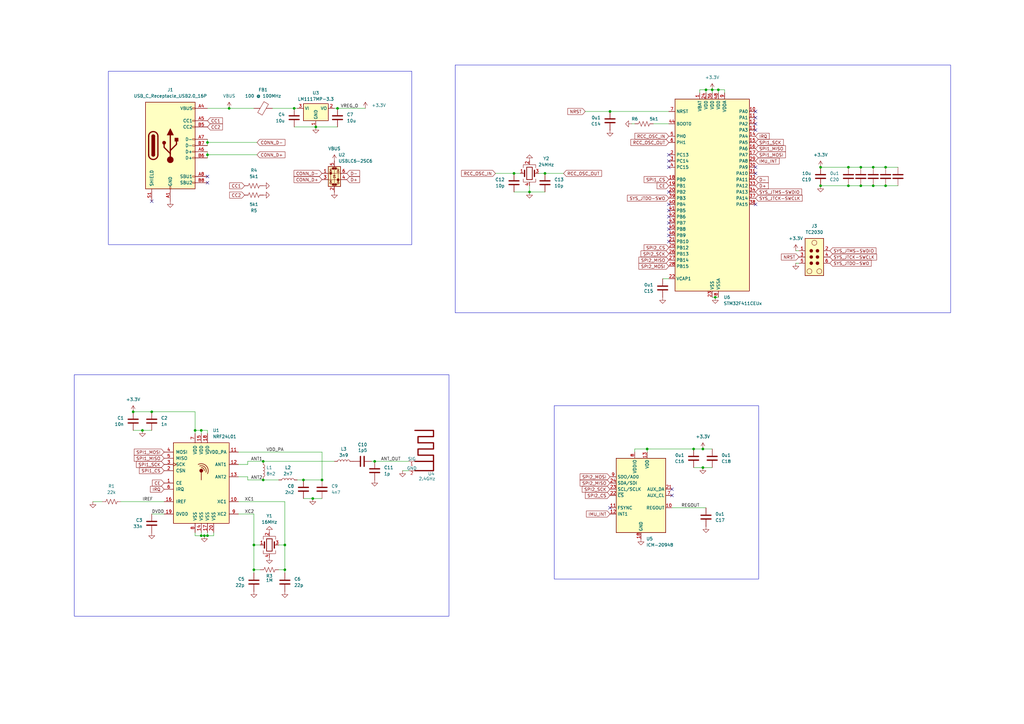
<source format=kicad_sch>
(kicad_sch (version 20250114) (generator "eeschema") (generator_version "9.0")
  (paper "A3")
  (lib_symbols
    (symbol "Connector:TC2030" (in_bom no)
      (property "Reference" "J" (at 1.27 8.89 0))
      (property "Value" "TC2030" (at 1.27 -8.89 0))
      (symbol "TC2030_1_1"
        (pin passive line (at -5.08 2.54 0) (length 2.54) (name "~") (number "1"))
        (pin passive line (at -5.08 0 0) (length 2.54) (name "~") (number "3"))
        (pin passive line (at -5.08 -2.54 0) (length 2.54) (name "~") (number "5"))
        (pin passive line (at 7.62 2.54 180) (length 2.54) (name "~") (number "2"))
        (pin passive line (at 7.62 0 180) (length 2.54) (name "~") (number "4"))
        (pin passive line (at 7.62 -2.54 180) (length 2.54) (name "~") (number "6"))
      )
    )
    (symbol "Connector:USB_C_Receptacle_USB2.0_16P" (pin_names (offset 1.016))
      (property "Reference" "J" (at 0 22.225 0))
      (property "Value" "USB_C_Receptacle_USB2.0_16P" (at 0 19.685 0))
      (symbol "USB_C_Receptacle_USB2.0_16P_1_1"
        (pin passive line (at -7.62 -22.86 90) (length 5.08) (name "SHIELD") (number "S1"))
        (pin passive line (at 0 -22.86 90) (length 5.08) (name "GND") (number "A1"))
        (pin passive line (at 0 -22.86 90) (length 5.08) (hide yes) (name "GND") (number "A12"))
        (pin passive line (at 0 -22.86 90) (length 5.08) (hide yes) (name "GND") (number "B1"))
        (pin passive line (at 0 -22.86 90) (length 5.08) (hide yes) (name "GND") (number "B12"))
        (pin passive line (at 15.24 15.24 180) (length 5.08) (name "VBUS") (number "A4"))
        (pin passive line (at 15.24 15.24 180) (length 5.08) (hide yes) (name "VBUS") (number "A9"))
        (pin passive line (at 15.24 15.24 180) (length 5.08) (hide yes) (name "VBUS") (number "B4"))
        (pin passive line (at 15.24 15.24 180) (length 5.08) (hide yes) (name "VBUS") (number "B9"))
        (pin bidirectional line (at 15.24 10.16 180) (length 5.08) (name "CC1") (number "A5"))
        (pin bidirectional line (at 15.24 7.62 180) (length 5.08) (name "CC2") (number "B5"))
        (pin bidirectional line (at 15.24 2.54 180) (length 5.08) (name "D-") (number "A7"))
        (pin bidirectional line (at 15.24 0 180) (length 5.08) (name "D-") (number "B7"))
        (pin bidirectional line (at 15.24 -2.54 180) (length 5.08) (name "D+") (number "A6"))
        (pin bidirectional line (at 15.24 -5.08 180) (length 5.08) (name "D+") (number "B6"))
        (pin bidirectional line (at 15.24 -12.7 180) (length 5.08) (name "SBU1") (number "A8"))
        (pin bidirectional line (at 15.24 -15.24 180) (length 5.08) (name "SBU2") (number "B8"))
      )
    )
    (symbol "Device:C" (pin_numbers (hide yes)) (pin_names (offset 0.254))
      (property "Reference" "C" (at 0.635 2.54 0))
      (property "Value" "C" (at 0.635 -2.54 0))
      (symbol "C_1_1"
        (pin passive line (at 0 3.81 270) (length 2.794) (name "~") (number "1"))
        (pin passive line (at 0 -3.81 90) (length 2.794) (name "~") (number "2"))
      )
    )
    (symbol "Device:Crystal_GND24" (pin_names (offset 1.016) (hide yes))
      (property "Reference" "Y" (at 3.175 5.08 0))
      (property "Value" "Crystal_GND24" (at 3.175 3.175 0))
      (symbol "Crystal_GND24_1_1"
        (pin passive line (at -3.81 0 0) (length 1.27) (name "1") (number "1"))
        (pin passive line (at 0 5.08 270) (length 1.27) (name "2") (number "2"))
        (pin passive line (at 0 -5.08 90) (length 1.27) (name "4") (number "4"))
        (pin passive line (at 3.81 0 180) (length 1.27) (name "3") (number "3"))
      )
    )
    (symbol "Device:FerriteBead" (pin_numbers (hide yes)) (pin_names (offset 0))
      (property "Reference" "FB" (at -3.81 0.635 90))
      (property "Value" "FerriteBead" (at 3.81 0 90))
      (symbol "FerriteBead_1_1"
        (pin passive line (at 0 3.81 270) (length 2.54) (name "~") (number "1"))
        (pin passive line (at 0 -3.81 90) (length 2.54) (name "~") (number "2"))
      )
    )
    (symbol "Device:L" (pin_numbers (hide yes)) (pin_names (offset 1.016) (hide yes))
      (property "Reference" "L" (at -1.27 0 90))
      (property "Value" "L" (at 1.905 0 90))
      (symbol "L_1_1"
        (pin passive line (at 0 3.81 270) (length 1.27) (name "1") (number "1"))
        (pin passive line (at 0 -3.81 90) (length 1.27) (name "2") (number "2"))
      )
    )
    (symbol "Device:R_US" (pin_numbers (hide yes)) (pin_names (offset 0))
      (property "Reference" "R" (at 2.54 0 90))
      (property "Value" "R_US" (at -2.54 0 90))
      (symbol "R_US_1_1"
        (pin passive line (at 0 3.81 270) (length 1.27) (name "~") (number "1"))
        (pin passive line (at 0 -3.81 90) (length 1.27) (name "~") (number "2"))
      )
    )
    (symbol "MCU_ST_STM32F4:STM32F411CEUx"
      (property "Reference" "U" (at -15.24 41.91 0))
      (property "Value" "STM32F411CEUx" (at 7.62 41.91 0))
      (symbol "STM32F411CEUx_1_1"
        (pin input line (at -17.78 35.56 0) (length 2.54) (name "NRST") (number "7"))
        (pin input line (at -17.78 30.48 0) (length 2.54) (name "BOOT0") (number "44"))
        (pin bidirectional line (at -17.78 25.4 0) (length 2.54) (name "PH0") (number "5"))
        (pin bidirectional line (at -17.78 22.86 0) (length 2.54) (name "PH1") (number "6"))
        (pin bidirectional line (at -17.78 17.78 0) (length 2.54) (name "PC13") (number "2"))
        (pin bidirectional line (at -17.78 15.24 0) (length 2.54) (name "PC14") (number "3"))
        (pin bidirectional line (at -17.78 12.7 0) (length 2.54) (name "PC15") (number "4"))
        (pin bidirectional line (at -17.78 7.62 0) (length 2.54) (name "PB0") (number "18"))
        (pin bidirectional line (at -17.78 5.08 0) (length 2.54) (name "PB1") (number "19"))
        (pin bidirectional line (at -17.78 2.54 0) (length 2.54) (name "PB2") (number "20"))
        (pin bidirectional line (at -17.78 0 0) (length 2.54) (name "PB3") (number "39"))
        (pin bidirectional line (at -17.78 -2.54 0) (length 2.54) (name "PB4") (number "40"))
        (pin bidirectional line (at -17.78 -5.08 0) (length 2.54) (name "PB5") (number "41"))
        (pin bidirectional line (at -17.78 -7.62 0) (length 2.54) (name "PB6") (number "42"))
        (pin bidirectional line (at -17.78 -10.16 0) (length 2.54) (name "PB7") (number "43"))
        (pin bidirectional line (at -17.78 -12.7 0) (length 2.54) (name "PB8") (number "45"))
        (pin bidirectional line (at -17.78 -15.24 0) (length 2.54) (name "PB9") (number "46"))
        (pin bidirectional line (at -17.78 -17.78 0) (length 2.54) (name "PB10") (number "21"))
        (pin bidirectional line (at -17.78 -20.32 0) (length 2.54) (name "PB12") (number "25"))
        (pin bidirectional line (at -17.78 -22.86 0) (length 2.54) (name "PB13") (number "26"))
        (pin bidirectional line (at -17.78 -25.4 0) (length 2.54) (name "PB14") (number "27"))
        (pin bidirectional line (at -17.78 -27.94 0) (length 2.54) (name "PB15") (number "28"))
        (pin power_out line (at -17.78 -33.02 0) (length 2.54) (name "VCAP1") (number "22"))
        (pin power_in line (at -5.08 43.18 270) (length 2.54) (name "VBAT") (number "1"))
        (pin power_in line (at -2.54 43.18 270) (length 2.54) (name "VDD") (number "24"))
        (pin power_in line (at 0 43.18 270) (length 2.54) (name "VDD") (number "36"))
        (pin power_in line (at 0 -40.64 90) (length 2.54) (name "VSS") (number "23"))
        (pin passive line (at 0 -40.64 90) (length 2.54) (hide yes) (name "VSS") (number "35"))
        (pin passive line (at 0 -40.64 90) (length 2.54) (hide yes) (name "VSS") (number "47"))
        (pin passive line (at 0 -40.64 90) (length 2.54) (hide yes) (name "VSS") (number "49"))
        (pin power_in line (at 2.54 43.18 270) (length 2.54) (name "VDD") (number "48"))
        (pin power_in line (at 2.54 -40.64 90) (length 2.54) (name "VSSA") (number "8"))
        (pin power_in line (at 5.08 43.18 270) (length 2.54) (name "VDDA") (number "9"))
        (pin bidirectional line (at 17.78 35.56 180) (length 2.54) (name "PA0") (number "10"))
        (pin bidirectional line (at 17.78 33.02 180) (length 2.54) (name "PA1") (number "11"))
        (pin bidirectional line (at 17.78 30.48 180) (length 2.54) (name "PA2") (number "12"))
        (pin bidirectional line (at 17.78 27.94 180) (length 2.54) (name "PA3") (number "13"))
        (pin bidirectional line (at 17.78 25.4 180) (length 2.54) (name "PA4") (number "14"))
        (pin bidirectional line (at 17.78 22.86 180) (length 2.54) (name "PA5") (number "15"))
        (pin bidirectional line (at 17.78 20.32 180) (length 2.54) (name "PA6") (number "16"))
        (pin bidirectional line (at 17.78 17.78 180) (length 2.54) (name "PA7") (number "17"))
        (pin bidirectional line (at 17.78 15.24 180) (length 2.54) (name "PA8") (number "29"))
        (pin bidirectional line (at 17.78 12.7 180) (length 2.54) (name "PA9") (number "30"))
        (pin bidirectional line (at 17.78 10.16 180) (length 2.54) (name "PA10") (number "31"))
        (pin bidirectional line (at 17.78 7.62 180) (length 2.54) (name "PA11") (number "32"))
        (pin bidirectional line (at 17.78 5.08 180) (length 2.54) (name "PA12") (number "33"))
        (pin bidirectional line (at 17.78 2.54 180) (length 2.54) (name "PA13") (number "34"))
        (pin bidirectional line (at 17.78 0 180) (length 2.54) (name "PA14") (number "37"))
        (pin bidirectional line (at 17.78 -2.54 180) (length 2.54) (name "PA15") (number "38"))
      )
    )
    (symbol "Power_Protection:USBLC6-2SC6" (pin_names (hide yes))
      (property "Reference" "U" (at 0.635 5.715 0))
      (property "Value" "USBLC6-2SC6" (at 0.635 3.81 0))
      (symbol "USBLC6-2SC6_1_1"
        (pin passive line (at -5.08 0 0) (length 2.54) (name "I/O1") (number "1"))
        (pin passive line (at -5.08 -2.54 0) (length 2.54) (name "I/O2") (number "3"))
        (pin passive line (at 0 5.08 270) (length 2.54) (name "VBUS") (number "5"))
        (pin passive line (at 0 -7.62 90) (length 2.54) (name "GND") (number "2"))
        (pin passive line (at 5.08 0 180) (length 2.54) (name "I/O1") (number "6"))
        (pin passive line (at 5.08 -2.54 180) (length 2.54) (name "I/O2") (number "4"))
      )
    )
    (symbol "RF:2.4GHz_Antenna" (pin_names (offset 0)) (in_bom no)
      (property "Reference" "U4" (at 7.874 -5.08 0))
      (property "Value" "2.4GHz" (at 4.064 -3.048 0))
      (symbol "2.4GHz_Antenna_1_1"
        (pin power_in line (at 0 -6.35 0) (length 2.54) (name "GND") (number "2"))
        (pin input line (at 0 -10.16 0) (length 2.54) (name "SIG") (number "1"))
      )
    )
    (symbol "RF:NRF24L01" (pin_names (offset 1.016))
      (property "Reference" "U" (at -11.43 17.78 0))
      (property "Value" "NRF24L01" (at 5.08 17.78 0))
      (symbol "NRF24L01_1_1"
        (pin input line (at -15.24 12.7 0) (length 3.81) (name "MOSI") (number "4"))
        (pin output line (at -15.24 10.16 0) (length 3.81) (name "MISO") (number "5"))
        (pin input clock (at -15.24 7.62 0) (length 3.81) (name "SCK") (number "3"))
        (pin input line (at -15.24 5.08 0) (length 3.81) (name "CSN") (number "2"))
        (pin input line (at -15.24 0 0) (length 3.81) (name "CE") (number "1"))
        (pin output line (at -15.24 -2.54 0) (length 3.81) (name "IRQ") (number "6"))
        (pin passive line (at -15.24 -7.62 0) (length 3.81) (name "IREF") (number "16"))
        (pin power_out line (at -15.24 -12.7 0) (length 3.81) (name "DVDD") (number "19"))
        (pin power_in line (at -2.54 20.32 270) (length 3.81) (name "VDD") (number "7"))
        (pin power_in line (at -2.54 -20.32 90) (length 3.81) (name "VSS") (number "8"))
        (pin power_in line (at 0 20.32 270) (length 3.81) (name "VDD") (number "15"))
        (pin power_in line (at 0 -20.32 90) (length 3.81) (name "VSS") (number "14"))
        (pin power_in line (at 2.54 20.32 270) (length 3.81) (name "VDD") (number "18"))
        (pin power_in line (at 2.54 -20.32 90) (length 3.81) (name "VSS") (number "17"))
        (pin power_in line (at 5.08 -20.32 90) (length 3.81) (name "VSS") (number "20"))
        (pin power_out line (at 15.24 12.7 180) (length 3.81) (name "VDD_PA") (number "11"))
        (pin passive line (at 15.24 7.62 180) (length 3.81) (name "ANT1") (number "12"))
        (pin passive line (at 15.24 2.54 180) (length 3.81) (name "ANT2") (number "13"))
        (pin passive line (at 15.24 -7.62 180) (length 3.81) (name "XC1") (number "10"))
        (pin passive line (at 15.24 -12.7 180) (length 3.81) (name "XC2") (number "9"))
      )
    )
    (symbol "Regulator_Linear:LM1117MP-3.3"
      (property "Reference" "U" (at -3.81 3.175 0))
      (property "Value" "LM1117MP-3.3" (at 0 3.175 0))
      (symbol "LM1117MP-3.3_1_1"
        (pin power_in line (at -7.62 0 0) (length 2.54) (name "VI") (number "3"))
        (pin power_in line (at 0 -7.62 90) (length 2.54) (name "GND") (number "1"))
        (pin power_out line (at 7.62 0 180) (length 2.54) (name "VO") (number "2"))
      )
    )
    (symbol "Sensor_Motion:ICM-20948"
      (property "Reference" "U" (at -11.43 16.51 0))
      (property "Value" "ICM-20948" (at 7.62 -16.51 0))
      (symbol "ICM-20948_1_1"
        (pin bidirectional line (at -12.7 7.62 0) (length 2.54) (name "SDO/AD0") (number "9"))
        (pin bidirectional line (at -12.7 5.08 0) (length 2.54) (name "SDA/SDI") (number "24"))
        (pin input line (at -12.7 2.54 0) (length 2.54) (name "SCL/SCLK") (number "23"))
        (pin input line (at -12.7 0 0) (length 2.54) (name "~{CS}") (number "22"))
        (pin input line (at -12.7 -5.08 0) (length 2.54) (name "FSYNC") (number "11"))
        (pin output line (at -12.7 -7.62 0) (length 2.54) (name "INT1") (number "12"))
        (pin no_connect line (at -10.16 12.7 0) (length 2.54) (hide yes) (name "NC") (number "1"))
        (pin no_connect line (at -10.16 10.16 0) (length 2.54) (hide yes) (name "NC") (number "2"))
        (pin no_connect line (at -10.16 -2.54 0) (length 2.54) (hide yes) (name "NC") (number "3"))
        (pin no_connect line (at -10.16 -10.16 0) (length 2.54) (hide yes) (name "NC") (number "4"))
        (pin no_connect line (at -10.16 -12.7 0) (length 2.54) (hide yes) (name "NC") (number "5"))
        (pin power_in line (at -2.54 17.78 270) (length 2.54) (name "VDDIO") (number "8"))
        (pin power_in line (at 0 -17.78 90) (length 2.54) (name "GND") (number "18"))
        (pin passive line (at 0 -17.78 90) (length 2.54) (hide yes) (name "GND") (number "20"))
        (pin power_in line (at 2.54 17.78 270) (length 2.54) (name "VDD") (number "13"))
        (pin no_connect line (at 10.16 10.16 180) (length 2.54) (hide yes) (name "NC") (number "6"))
        (pin no_connect line (at 10.16 7.62 180) (length 2.54) (hide yes) (name "NC") (number "14"))
        (pin no_connect line (at 10.16 5.08 180) (length 2.54) (hide yes) (name "NC") (number "15"))
        (pin no_connect line (at 10.16 -7.62 180) (length 2.54) (hide yes) (name "NC") (number "16"))
        (pin no_connect line (at 10.16 -10.16 180) (length 2.54) (hide yes) (name "NC") (number "17"))
        (pin no_connect line (at 10.16 -12.7 180) (length 2.54) (hide yes) (name "RESV") (number "19"))
        (pin bidirectional line (at 12.7 2.54 180) (length 2.54) (name "AUX_DA") (number "21"))
        (pin output line (at 12.7 0 180) (length 2.54) (name "AUX_CL") (number "7"))
        (pin passive line (at 12.7 -5.08 180) (length 2.54) (name "REGOUT") (number "10"))
      )
    )
    (symbol "power:+3.3V" (power) (pin_numbers (hide yes)) (pin_names (offset 0) (hide yes))
      (property "Value" "+3.3V" (at 0 3.556 0))
      (symbol "+3.3V_1_1"
        (pin power_in line (at 0 0 90) (length 0) (name "~") (number "1"))
      )
    )
    (symbol "power:GND" (power) (pin_numbers (hide yes)) (pin_names (offset 0) (hide yes))
      (property "Value" "GND" (at 0 -3.81 0))
      (symbol "GND_1_1"
        (pin power_in line (at 0 0 270) (length 0) (name "~") (number "1"))
      )
    )
    (symbol "power:VBUS" (power) (pin_numbers (hide yes)) (pin_names (offset 0) (hide yes))
      (property "Value" "VBUS" (at 0 3.556 0))
      (symbol "VBUS_1_1"
        (pin power_in line (at 0 0 90) (length 0) (name "~") (number "1"))
      )
    )
  )
  (rectangle (start 44.45 29.21) (end 168.91 100.33))
  (rectangle (start 30.48 153.67) (end 184.15 252.73))
  (rectangle (start 186.69 26.67) (end 389.89 128.27))
  (rectangle (start 227.33 166.37) (end 311.15 237.49))
  (junction (at 62.23 168.91))
  (junction (at 353.06 68.58))
  (junction (at 288.29 184.15))
  (junction (at 132.08 196.85))
  (junction (at 104.14 233.68))
  (junction (at 124.46 196.85))
  (junction (at 107.95 189.23))
  (junction (at 289.56 36.83))
  (junction (at 336.55 76.2))
  (junction (at 358.14 68.58))
  (junction (at 54.61 168.91))
  (junction (at 85.09 58.42))
  (junction (at 83.82 219.71))
  (junction (at 153.67 189.23))
  (junction (at 82.55 219.71))
  (junction (at 128.27 204.47))
  (junction (at 293.37 121.92))
  (junction (at 107.95 196.85))
  (junction (at 104.14 223.52))
  (junction (at 217.17 78.74))
  (junction (at 116.84 233.68))
  (junction (at 116.84 223.52))
  (junction (at 284.48 184.15))
  (junction (at 250.19 45.72))
  (junction (at 336.55 68.58))
  (junction (at 358.14 76.2))
  (junction (at 363.22 68.58))
  (junction (at 80.01 176.53))
  (junction (at 93.98 44.45))
  (junction (at 265.43 184.15))
  (junction (at 82.55 176.53))
  (junction (at 223.52 71.12))
  (junction (at 120.65 44.45))
  (junction (at 85.09 63.5))
  (junction (at 347.98 68.58))
  (junction (at 85.09 219.71))
  (junction (at 138.43 44.45))
  (junction (at 129.54 52.07))
  (junction (at 210.82 71.12))
  (junction (at 288.29 191.77))
  (junction (at 58.42 176.53))
  (junction (at 347.98 76.2))
  (junction (at 363.22 76.2))
  (junction (at 294.64 36.83))
  (junction (at 292.1 36.83))
  (junction (at 353.06 76.2))
  (no_connect (at 62.23 82.55))
  (no_connect (at 309.88 53.34))
  (no_connect (at 309.88 83.82))
  (no_connect (at 274.32 96.52))
  (no_connect (at 274.32 88.9))
  (no_connect (at 309.88 68.58))
  (no_connect (at 275.59 200.66))
  (no_connect (at 275.59 203.2))
  (no_connect (at 274.32 86.36))
  (no_connect (at 309.88 45.72))
  (no_connect (at 274.32 68.58))
  (no_connect (at 250.19 208.28))
  (no_connect (at 274.32 93.98))
  (no_connect (at 85.09 72.39))
  (no_connect (at 309.88 71.12))
  (no_connect (at 274.32 63.5))
  (no_connect (at 274.32 66.04))
  (no_connect (at 274.32 83.82))
  (no_connect (at 85.09 74.93))
  (no_connect (at 274.32 91.44))
  (no_connect (at 274.32 78.74))
  (no_connect (at 309.88 48.26))
  (no_connect (at 274.32 99.06))
  (no_connect (at 309.88 50.8))
  (wire (pts (xy 128.27 204.47) (xy 132.08 204.47)))
  (wire (pts (xy 120.65 44.45) (xy 121.92 44.45)))
  (wire (pts (xy 104.14 233.68) (xy 104.14 234.95)))
  (wire (pts (xy 265.43 184.15) (xy 284.48 184.15)))
  (wire (pts (xy 137.16 44.45) (xy 138.43 44.45)))
  (wire (pts (xy 294.64 36.83) (xy 297.18 36.83)))
  (wire (pts (xy 62.23 168.91) (xy 80.01 168.91)))
  (wire (pts (xy 358.14 76.2) (xy 363.22 76.2)))
  (wire (pts (xy 85.09 62.23) (xy 85.09 63.5)))
  (wire (pts (xy 289.56 36.83) (xy 292.1 36.83)))
  (wire (pts (xy 104.14 233.68) (xy 106.68 233.68)))
  (wire (pts (xy 85.09 219.71) (xy 87.63 219.71)))
  (wire (pts (xy 336.55 76.2) (xy 347.98 76.2)))
  (wire (pts (xy 85.09 63.5) (xy 85.09 64.77)))
  (wire (pts (xy 101.6 190.5) (xy 101.6 189.23)))
  (wire (pts (xy 271.78 114.3) (xy 274.32 114.3)))
  (wire (pts (xy 80.01 176.53) (xy 82.55 176.53)))
  (wire (pts (xy 275.59 208.28) (xy 289.56 208.28)))
  (wire (pts (xy 336.55 68.58) (xy 347.98 68.58)))
  (wire (pts (xy 82.55 219.71) (xy 83.82 219.71)))
  (wire (pts (xy 97.79 205.74) (xy 116.84 205.74)))
  (wire (pts (xy 353.06 68.58) (xy 358.14 68.58)))
  (wire (pts (xy 203.2 71.12) (xy 210.82 71.12)))
  (wire (pts (xy 54.61 176.53) (xy 58.42 176.53)))
  (wire (pts (xy 93.98 44.45) (xy 104.14 44.45)))
  (wire (pts (xy 85.09 176.53) (xy 85.09 177.8)))
  (wire (pts (xy 260.35 184.15) (xy 265.43 184.15)))
  (wire (pts (xy 293.37 121.92) (xy 294.64 121.92)))
  (wire (pts (xy 38.1 205.74) (xy 41.91 205.74)))
  (wire (pts (xy 132.08 196.85) (xy 132.08 185.42)))
  (wire (pts (xy 124.46 196.85) (xy 132.08 196.85)))
  (wire (pts (xy 326.39 102.87) (xy 327.66 102.87)))
  (wire (pts (xy 80.01 219.71) (xy 82.55 219.71)))
  (wire (pts (xy 347.98 68.58) (xy 353.06 68.58)))
  (wire (pts (xy 326.39 107.95) (xy 327.66 107.95)))
  (wire (pts (xy 107.95 189.23) (xy 137.16 189.23)))
  (wire (pts (xy 114.3 223.52) (xy 116.84 223.52)))
  (wire (pts (xy 80.01 176.53) (xy 80.01 177.8)))
  (wire (pts (xy 240.03 45.72) (xy 250.19 45.72)))
  (wire (pts (xy 120.65 52.07) (xy 129.54 52.07)))
  (wire (pts (xy 347.98 76.2) (xy 353.06 76.2)))
  (wire (pts (xy 132.08 185.42) (xy 97.79 185.42)))
  (wire (pts (xy 82.55 176.53) (xy 85.09 176.53)))
  (wire (pts (xy 124.46 204.47) (xy 128.27 204.47)))
  (wire (pts (xy 54.61 168.91) (xy 62.23 168.91)))
  (wire (pts (xy 153.67 189.23) (xy 167.64 189.23)))
  (wire (pts (xy 231.14 71.12) (xy 223.52 71.12)))
  (wire (pts (xy 97.79 210.82) (xy 104.14 210.82)))
  (wire (pts (xy 87.63 218.44) (xy 87.63 219.71)))
  (wire (pts (xy 265.43 184.15) (xy 265.43 185.42)))
  (wire (pts (xy 97.79 190.5) (xy 101.6 190.5)))
  (wire (pts (xy 363.22 68.58) (xy 368.3 68.58)))
  (wire (pts (xy 58.42 176.53) (xy 62.23 176.53)))
  (wire (pts (xy 288.29 191.77) (xy 292.1 191.77)))
  (wire (pts (xy 80.01 218.44) (xy 80.01 219.71)))
  (wire (pts (xy 82.55 176.53) (xy 82.55 177.8)))
  (wire (pts (xy 165.1 193.04) (xy 167.64 193.04)))
  (wire (pts (xy 104.14 233.68) (xy 104.14 223.52)))
  (wire (pts (xy 85.09 57.15) (xy 85.09 58.42)))
  (wire (pts (xy 85.09 63.5) (xy 105.41 63.5)))
  (wire (pts (xy 287.02 36.83) (xy 289.56 36.83)))
  (wire (pts (xy 210.82 78.74) (xy 217.17 78.74)))
  (wire (pts (xy 297.18 36.83) (xy 297.18 38.1)))
  (wire (pts (xy 83.82 219.71) (xy 85.09 219.71)))
  (wire (pts (xy 116.84 223.52) (xy 116.84 233.68)))
  (wire (pts (xy 250.19 45.72) (xy 274.32 45.72)))
  (wire (pts (xy 80.01 168.91) (xy 80.01 176.53)))
  (wire (pts (xy 85.09 44.45) (xy 93.98 44.45)))
  (wire (pts (xy 292.1 36.83) (xy 294.64 36.83)))
  (wire (pts (xy 138.43 44.45) (xy 149.86 44.45)))
  (wire (pts (xy 220.98 71.12) (xy 223.52 71.12)))
  (wire (pts (xy 49.53 205.74) (xy 67.31 205.74)))
  (wire (pts (xy 259.08 50.8) (xy 260.35 50.8)))
  (wire (pts (xy 97.79 195.58) (xy 101.6 195.58)))
  (wire (pts (xy 129.54 52.07) (xy 138.43 52.07)))
  (wire (pts (xy 104.14 210.82) (xy 104.14 223.52)))
  (wire (pts (xy 284.48 191.77) (xy 288.29 191.77)))
  (wire (pts (xy 152.4 189.23) (xy 153.67 189.23)))
  (wire (pts (xy 82.55 218.44) (xy 82.55 219.71)))
  (wire (pts (xy 101.6 196.85) (xy 107.95 196.85)))
  (wire (pts (xy 267.97 50.8) (xy 274.32 50.8)))
  (wire (pts (xy 289.56 36.83) (xy 289.56 38.1)))
  (wire (pts (xy 85.09 58.42) (xy 105.41 58.42)))
  (wire (pts (xy 121.92 196.85) (xy 124.46 196.85)))
  (wire (pts (xy 294.64 36.83) (xy 294.64 38.1)))
  (wire (pts (xy 358.14 68.58) (xy 363.22 68.58)))
  (wire (pts (xy 287.02 38.1) (xy 287.02 36.83)))
  (wire (pts (xy 210.82 71.12) (xy 213.36 71.12)))
  (wire (pts (xy 104.14 223.52) (xy 106.68 223.52)))
  (wire (pts (xy 85.09 58.42) (xy 85.09 59.69)))
  (wire (pts (xy 292.1 36.83) (xy 292.1 38.1)))
  (wire (pts (xy 114.3 233.68) (xy 116.84 233.68)))
  (wire (pts (xy 288.29 184.15) (xy 292.1 184.15)))
  (wire (pts (xy 111.76 44.45) (xy 120.65 44.45)))
  (wire (pts (xy 284.48 184.15) (xy 288.29 184.15)))
  (wire (pts (xy 217.17 76.2) (xy 217.17 78.74)))
  (wire (pts (xy 116.84 205.74) (xy 116.84 223.52)))
  (wire (pts (xy 292.1 121.92) (xy 293.37 121.92)))
  (wire (pts (xy 62.23 210.82) (xy 67.31 210.82)))
  (wire (pts (xy 85.09 218.44) (xy 85.09 219.71)))
  (wire (pts (xy 217.17 78.74) (xy 223.52 78.74)))
  (wire (pts (xy 353.06 76.2) (xy 358.14 76.2)))
  (wire (pts (xy 116.84 233.68) (xy 116.84 234.95)))
  (wire (pts (xy 101.6 189.23) (xy 107.95 189.23)))
  (wire (pts (xy 107.95 196.85) (xy 114.3 196.85)))
  (wire (pts (xy 260.35 184.15) (xy 260.35 185.42)))
  (wire (pts (xy 101.6 195.58) (xy 101.6 196.85)))
  (wire (pts (xy 363.22 76.2) (xy 368.3 76.2)))
  (label "DVDD" (at 62.23 210.82 0))
  (label "XC1" (at 100.33 205.74 0))
  (label "REGOUT" (at 279.4 208.28 0))
  (label "XC2" (at 100.33 210.82 0))
  (label "ANT2" (at 102.87 196.85 0))
  (label "ANT1" (at 102.87 189.23 0))
  (label "IREF" (at 58.42 205.74 0))
  (label "VREG_O" (at 139.7 44.45 0))
  (label "VDD_PA" (at 109.22 185.42 0))
  (label "ANT_OUT" (at 156.21 189.23 0))
  (global_label "SYS_JTDO-SWO" (shape input) (at 340.36 107.95 0) (property "Intersheetrefs" "${INTERSHEET_REFS}" (effects (hide yes))))
  (global_label "SPI1_MOSI" (shape input) (at 309.88 63.5 0) (property "Intersheetrefs" "${INTERSHEET_REFS}" (effects (hide yes))))
  (global_label "SYS_JTMS-SWDIO" (shape input) (at 340.36 102.87 0) (property "Intersheetrefs" "${INTERSHEET_REFS}" (effects (hide yes))))
  (global_label "CC1" (shape input) (at 100.33 76.2 180) (property "Intersheetrefs" "${INTERSHEET_REFS}" (effects (hide yes))))
  (global_label "SPI1_MOSI" (shape input) (at 67.31 185.42 180) (property "Intersheetrefs" "${INTERSHEET_REFS}" (effects (hide yes))))
  (global_label "D+" (shape input) (at 142.24 73.66 0) (property "Intersheetrefs" "${INTERSHEET_REFS}" (effects (hide yes))))
  (global_label "RCC_OSC_OUT" (shape input) (at 231.14 71.12 0) (property "Intersheetrefs" "${INTERSHEET_REFS}" (effects (hide yes))))
  (global_label "CC1" (shape input) (at 85.09 49.53 0) (property "Intersheetrefs" "${INTERSHEET_REFS}" (effects (hide yes))))
  (global_label "SPI2_MOSI" (shape input) (at 274.32 109.22 180) (property "Intersheetrefs" "${INTERSHEET_REFS}" (effects (hide yes))))
  (global_label "D+" (shape input) (at 309.88 76.2 0) (property "Intersheetrefs" "${INTERSHEET_REFS}" (effects (hide yes))))
  (global_label "SYS_JTCK-SWCLK" (shape input) (at 309.88 81.28 0) (property "Intersheetrefs" "${INTERSHEET_REFS}" (effects (hide yes))))
  (global_label "SPI1_CS" (shape input) (at 274.32 73.66 180) (property "Intersheetrefs" "${INTERSHEET_REFS}" (effects (hide yes))))
  (global_label "CONN_D+" (shape input) (at 132.08 73.66 180) (property "Intersheetrefs" "${INTERSHEET_REFS}" (effects (hide yes))))
  (global_label "CONN_D+" (shape input) (at 105.41 63.5 0) (property "Intersheetrefs" "${INTERSHEET_REFS}" (effects (hide yes))))
  (global_label "SPI1_MISO" (shape input) (at 67.31 187.96 180) (property "Intersheetrefs" "${INTERSHEET_REFS}" (effects (hide yes))))
  (global_label "NRST" (shape input) (at 240.03 45.72 180) (property "Intersheetrefs" "${INTERSHEET_REFS}" (effects (hide yes))))
  (global_label "CC2" (shape input) (at 85.09 52.07 0) (property "Intersheetrefs" "${INTERSHEET_REFS}" (effects (hide yes))))
  (global_label "RCC_OSC_OUT" (shape input) (at 274.32 58.42 180) (property "Intersheetrefs" "${INTERSHEET_REFS}" (effects (hide yes))))
  (global_label "RCC_OSC_IN" (shape input) (at 203.2 71.12 180) (property "Intersheetrefs" "${INTERSHEET_REFS}" (effects (hide yes))))
  (global_label "SYS_JTMS-SWDIO" (shape input) (at 309.88 78.74 0) (property "Intersheetrefs" "${INTERSHEET_REFS}" (effects (hide yes))))
  (global_label "IMU_INT" (shape input) (at 250.19 210.82 180) (property "Intersheetrefs" "${INTERSHEET_REFS}" (effects (hide yes))))
  (global_label "SYS_JTCK-SWCLK" (shape input) (at 340.36 105.41 0) (property "Intersheetrefs" "${INTERSHEET_REFS}" (effects (hide yes))))
  (global_label "D-" (shape input) (at 309.88 73.66 0) (property "Intersheetrefs" "${INTERSHEET_REFS}" (effects (hide yes))))
  (global_label "SPI1_SCK" (shape input) (at 309.88 58.42 0) (property "Intersheetrefs" "${INTERSHEET_REFS}" (effects (hide yes))))
  (global_label "CONN_D-" (shape input) (at 105.41 58.42 0) (property "Intersheetrefs" "${INTERSHEET_REFS}" (effects (hide yes))))
  (global_label "SPI1_CS" (shape input) (at 67.31 193.04 180) (property "Intersheetrefs" "${INTERSHEET_REFS}" (effects (hide yes))))
  (global_label "SPI2_CS" (shape input) (at 274.32 101.6 180) (property "Intersheetrefs" "${INTERSHEET_REFS}" (effects (hide yes))))
  (global_label "SPI2_SCK" (shape input) (at 250.19 200.66 180) (property "Intersheetrefs" "${INTERSHEET_REFS}" (effects (hide yes))))
  (global_label "SPI2_CS" (shape input) (at 250.19 203.2 180) (property "Intersheetrefs" "${INTERSHEET_REFS}" (effects (hide yes))))
  (global_label "SPI1_MISO" (shape input) (at 309.88 60.96 0) (property "Intersheetrefs" "${INTERSHEET_REFS}" (effects (hide yes))))
  (global_label "SPI2_SCK" (shape input) (at 274.32 104.14 180) (property "Intersheetrefs" "${INTERSHEET_REFS}" (effects (hide yes))))
  (global_label "CC2" (shape input) (at 100.33 80.01 180) (property "Intersheetrefs" "${INTERSHEET_REFS}" (effects (hide yes))))
  (global_label "D-" (shape input) (at 142.24 71.12 0) (property "Intersheetrefs" "${INTERSHEET_REFS}" (effects (hide yes))))
  (global_label "SYS_JTDO-SWO" (shape input) (at 274.32 81.28 180) (property "Intersheetrefs" "${INTERSHEET_REFS}" (effects (hide yes))))
  (global_label "SPI2_MISO" (shape input) (at 274.32 106.68 180) (property "Intersheetrefs" "${INTERSHEET_REFS}" (effects (hide yes))))
  (global_label "SPI2_MOSI" (shape input) (at 250.19 195.58 180) (property "Intersheetrefs" "${INTERSHEET_REFS}" (effects (hide yes))))
  (global_label "NRST" (shape input) (at 327.66 105.41 180) (property "Intersheetrefs" "${INTERSHEET_REFS}" (effects (hide yes))))
  (global_label "SPI2_MISO" (shape input) (at 250.19 198.12 180) (property "Intersheetrefs" "${INTERSHEET_REFS}" (effects (hide yes))))
  (global_label "CONN_D-" (shape input) (at 132.08 71.12 180) (property "Intersheetrefs" "${INTERSHEET_REFS}" (effects (hide yes))))
  (global_label "IMU_INT" (shape input) (at 309.88 66.04 0) (property "Intersheetrefs" "${INTERSHEET_REFS}" (effects (hide yes))))
  (global_label "SPI1_SCK" (shape input) (at 67.31 190.5 180) (property "Intersheetrefs" "${INTERSHEET_REFS}" (effects (hide yes))))
  (global_label "CE" (shape input) (at 274.32 76.2 180) (property "Intersheetrefs" "${INTERSHEET_REFS}" (effects (hide yes))))
  (global_label "RCC_OSC_IN" (shape input) (at 274.32 55.88 180) (property "Intersheetrefs" "${INTERSHEET_REFS}" (effects (hide yes))))
  (global_label "IRQ" (shape input) (at 67.31 200.66 180) (property "Intersheetrefs" "${INTERSHEET_REFS}" (effects (hide yes))))
  (global_label "CE" (shape input) (at 67.31 198.12 180) (property "Intersheetrefs" "${INTERSHEET_REFS}" (effects (hide yes))))
  (global_label "IRQ" (shape input) (at 309.88 55.88 0) (property "Intersheetrefs" "${INTERSHEET_REFS}" (effects (hide yes))))
  (symbol (lib_id "Device:C") (at 347.98 72.39 180) (unit 1)
    (property "Reference" "C20" (at 344.17 73.6601 0) (effects (justify left)))
    (property "Value" "0u1" (at 344.17 71.1201 0) (effects (justify left)))
    (property "Footprint" "Capacitor_SMD:C_0402_1005Metric" (effects (hide yes)))
    (property "Description" "Unpolarized capacitor" (effects (hide yes)))
  )
  (symbol (lib_id "power:GND") (at 58.42 176.53 0) (unit 1)
    (property "Reference" "#PWR04" (effects (hide yes)))
    (property "Value" "GND" (effects (hide yes)))
    (property "Description" "Power symbol creates a global label with name \"GND\" , ground" (effects (hide yes)))
  )
  (symbol (lib_id "Device:R_US") (at 264.16 50.8 90) (unit 1)
    (property "Reference" "R6" (at 260.35 48.768 90))
    (property "Value" "5k1" (at 268.224 48.768 90))
    (property "Footprint" "Resistor_SMD:R_0402_1005Metric" (effects (hide yes)))
    (property "Description" "Resistor, US symbol" (effects (hide yes)))
  )
  (symbol (lib_id "Regulator_Linear:LM1117MP-3.3") (at 129.54 44.45 0) (unit 1)
    (property "Reference" "U3" (at 129.54 38.1 0))
    (property "Value" "LM1117MP-3.3" (at 129.54 40.64 0))
    (property "Footprint" "Package_TO_SOT_SMD:SOT-223-3_TabPin2" (effects (hide yes)))
    (property "Datasheet" "http://www.ti.com/lit/ds/symlink/lm1117.pdf" (effects (hide yes)))
    (property "Description" "800mA Low-Dropout Linear Regulator, 3.3V fixed output, SOT-223" (effects (hide yes)))
  )
  (symbol (lib_id "power:VBUS") (at 137.16 66.04 0) (unit 1)
    (property "Reference" "#PWR09" (effects (hide yes)))
    (property "Value" "VBUS" (at 137.16 60.96 0))
    (property "Description" "Power symbol creates a global label with name \"VBUS\"" (effects (hide yes)))
  )
  (symbol (lib_id "Device:C") (at 368.3 72.39 180) (unit 1)
    (property "Reference" "C24" (effects (hide yes)))
    (property "Value" "0u1" (effects (hide yes)))
    (property "Footprint" "Capacitor_SMD:C_0402_1005Metric" (effects (hide yes)))
    (property "Description" "Unpolarized capacitor" (effects (hide yes)))
  )
  (symbol (lib_id "power:+3.3V") (at 149.86 44.45 0) (mirror y) (unit 1)
    (property "Reference" "#PWR018" (effects (hide yes)))
    (property "Value" "+3.3V" (at 152.4 43.1799 0) (effects (justify right)))
    (property "Description" "Power symbol creates a global label with name \"+3.3V\"" (effects (hide yes)))
  )
  (symbol (lib_id "power:GND") (at 217.17 66.04 180) (unit 1)
    (property "Reference" "#PWR023" (effects (hide yes)))
    (property "Value" "GND" (effects (hide yes)))
    (property "Description" "Power symbol creates a global label with name \"GND\" , ground" (effects (hide yes)))
  )
  (symbol (lib_id "power:GND") (at 250.19 53.34 0) (unit 1)
    (property "Reference" "#PWR027" (effects (hide yes)))
    (property "Value" "GND" (effects (hide yes)))
    (property "Description" "Power symbol creates a global label with name \"GND\" , ground" (effects (hide yes)))
  )
  (symbol (lib_id "power:VBUS") (at 93.98 44.45 0) (unit 1)
    (property "Reference" "#PWR08" (effects (hide yes)))
    (property "Value" "VBUS" (at 93.98 39.37 0))
    (property "Description" "Power symbol creates a global label with name \"VBUS\"" (effects (hide yes)))
  )
  (symbol (lib_id "power:GND") (at 336.55 76.2 0) (unit 1)
    (property "Reference" "#PWR039" (effects (hide yes)))
    (property "Value" "GND" (effects (hide yes)))
    (property "Description" "Power symbol creates a global label with name \"GND\" , ground" (effects (hide yes)))
  )
  (symbol (lib_id "power:GND") (at 104.14 242.57 0) (mirror y) (unit 1)
    (property "Reference" "#PWR010" (effects (hide yes)))
    (property "Value" "GND" (effects (hide yes)))
    (property "Description" "Power symbol creates a global label with name \"GND\" , ground" (effects (hide yes)))
  )
  (symbol (lib_id "Connector:USB_C_Receptacle_USB2.0_16P") (at 69.85 59.69 0) (unit 1)
    (property "Reference" "J1" (at 69.85 36.83 0))
    (property "Value" "USB_C_Receptacle_USB2.0_16P" (at 69.85 39.37 0))
    (property "Footprint" "Connector_USB:USB_C_Receptacle_GCT_USB4085" (effects (hide yes)))
    (property "Datasheet" "https://www.usb.org/sites/default/files/documents/usb_type-c.zip" (effects (hide yes)))
    (property "Description" "USB 2.0-only 16P Type-C Receptacle connector" (effects (hide yes)))
  )
  (symbol (lib_id "power:GND") (at 107.95 80.01 90) (unit 1)
    (property "Reference" "#PWR016" (effects (hide yes)))
    (property "Value" "GND" (effects (hide yes)))
    (property "Description" "Power symbol creates a global label with name \"GND\" , ground" (effects (hide yes)))
  )
  (symbol (lib_id "power:GND") (at 128.27 204.47 0) (unit 1)
    (property "Reference" "#PWR017" (effects (hide yes)))
    (property "Value" "GND" (effects (hide yes)))
    (property "Description" "Power symbol creates a global label with name \"GND\" , ground" (effects (hide yes)))
  )
  (symbol (lib_id "Connector:TC2030") (at 332.74 105.41 0) (unit 1) (in_bom no)
    (property "Reference" "J3" (at 334.01 92.71 0))
    (property "Value" "TC2030" (at 334.01 95.25 0))
    (property "Footprint" "Connector:Tag-Connect_TC2030-IDC-NL_2x03_P1.27mm_Vertical" (effects (hide yes)))
    (property "Datasheet" "https://www.tag-connect.com/wp-content/uploads/bsk-pdf-manager/2019/12/TC2030-IDC-NL-Datasheet-Rev-B.pdf" (effects (hide yes)))
    (property "Description" "Tag-Connect’s 6-pins connector" (effects (hide yes)))
  )
  (symbol (lib_id "Device:C") (at 138.43 48.26 0) (unit 1)
    (property "Reference" "C7" (at 142.24 46.9899 0) (effects (justify left)))
    (property "Value" "10u" (at 142.24 49.5299 0) (effects (justify left)))
    (property "Footprint" "Capacitor_SMD:C_0603_1608Metric" (effects (hide yes)))
    (property "Description" "Unpolarized capacitor" (effects (hide yes)))
  )
  (symbol (lib_id "Device:L") (at 107.95 193.04 0) (unit 1)
    (property "Reference" "L1" (at 109.22 191.7699 0) (effects (justify left)))
    (property "Value" "8n2" (at 109.22 194.3099 0) (effects (justify left)))
    (property "Footprint" "Inductor_SMD:L_0402_1005Metric" (effects (hide yes)))
    (property "Description" "Inductor" (effects (hide yes)))
  )
  (symbol (lib_id "Device:C") (at 120.65 48.26 0) (mirror y) (unit 1)
    (property "Reference" "C4" (at 116.84 46.9899 0) (effects (justify left)))
    (property "Value" "10u" (at 116.84 49.5299 0) (effects (justify left)))
    (property "Footprint" "Capacitor_SMD:C_0603_1608Metric" (effects (hide yes)))
    (property "Description" "Unpolarized capacitor" (effects (hide yes)))
  )
  (symbol (lib_id "Device:C") (at 132.08 200.66 0) (unit 1)
    (property "Reference" "C9" (at 135.89 199.3899 0) (effects (justify left)))
    (property "Value" "4n7" (at 135.89 201.9299 0) (effects (justify left)))
    (property "Footprint" "Capacitor_SMD:C_0402_1005Metric" (effects (hide yes)))
    (property "Description" "Unpolarized capacitor" (effects (hide yes)))
  )
  (symbol (lib_id "power:GND") (at 137.16 78.74 0) (unit 1)
    (property "Reference" "#PWR042" (effects (hide yes)))
    (property "Value" "GND" (effects (hide yes)))
    (property "Description" "Power symbol creates a global label with name \"GND\" , ground" (effects (hide yes)))
  )
  (symbol (lib_id "Device:C") (at 54.61 172.72 0) (mirror y) (unit 1)
    (property "Reference" "C1" (at 50.8 171.4499 0) (effects (justify left)))
    (property "Value" "10n" (at 50.8 173.9899 0) (effects (justify left)))
    (property "Footprint" "Capacitor_SMD:C_0402_1005Metric" (effects (hide yes)))
    (property "Description" "Unpolarized capacitor" (effects (hide yes)))
  )
  (symbol (lib_id "Device:R_US") (at 104.14 80.01 270) (unit 1)
    (property "Reference" "R5" (at 104.14 86.36 90))
    (property "Value" "5k1" (at 104.14 83.82 90))
    (property "Footprint" "Resistor_SMD:R_0402_1005Metric" (effects (hide yes)))
    (property "Description" "Resistor, US symbol" (effects (hide yes)))
  )
  (symbol (lib_id "power:+3.3V") (at 292.1 36.83 0) (unit 1)
    (property "Reference" "#PWR034" (effects (hide yes)))
    (property "Value" "+3.3V" (at 292.1 31.75 0))
    (property "Description" "Power symbol creates a global label with name \"+3.3V\"" (effects (hide yes)))
  )
  (symbol (lib_id "power:GND") (at 271.78 121.92 0) (unit 1)
    (property "Reference" "#PWR030" (effects (hide yes)))
    (property "Value" "GND" (effects (hide yes)))
    (property "Description" "Power symbol creates a global label with name \"GND\" , ground" (effects (hide yes)))
  )
  (symbol (lib_id "Device:C") (at 124.46 200.66 0) (mirror y) (unit 1)
    (property "Reference" "C8" (at 120.65 199.3899 0) (effects (justify left)))
    (property "Value" "2n2" (at 120.65 201.9299 0) (effects (justify left)))
    (property "Footprint" "Capacitor_SMD:C_0402_1005Metric" (effects (hide yes)))
    (property "Description" "Unpolarized capacitor" (effects (hide yes)))
  )
  (symbol (lib_id "power:+3.3V") (at 288.29 184.15 0) (unit 1)
    (property "Reference" "#PWR031" (effects (hide yes)))
    (property "Value" "+3.3V" (at 288.29 179.07 0))
    (property "Description" "Power symbol creates a global label with name \"+3.3V\"" (effects (hide yes)))
  )
  (symbol (lib_id "power:+3.3V") (at 336.55 68.58 0) (unit 1)
    (property "Reference" "#PWR038" (effects (hide yes)))
    (property "Value" "+3.3V" (at 336.55 63.5 0))
    (property "Description" "Power symbol creates a global label with name \"+3.3V\"" (effects (hide yes)))
  )
  (symbol (lib_id "Device:C") (at 116.84 238.76 0) (mirror y) (unit 1)
    (property "Reference" "C6" (at 120.65 237.4899 0) (effects (justify right)))
    (property "Value" "22p" (at 120.65 240.0299 0) (effects (justify right)))
    (property "Footprint" "Capacitor_SMD:C_0402_1005Metric" (effects (hide yes)))
    (property "Description" "Unpolarized capacitor" (effects (hide yes)))
  )
  (symbol (lib_id "Device:C") (at 153.67 193.04 0) (unit 1)
    (property "Reference" "C11" (at 157.48 191.7699 0) (effects (justify left)))
    (property "Value" "1p" (at 157.48 194.3099 0) (effects (justify left)))
    (property "Footprint" "Capacitor_SMD:C_0402_1005Metric" (effects (hide yes)))
    (property "Description" "Unpolarized capacitor" (effects (hide yes)))
  )
  (symbol (lib_id "Device:C") (at 250.19 49.53 180) (unit 1)
    (property "Reference" "C14" (at 246.38 50.8001 0) (effects (justify left)))
    (property "Value" "0u1" (at 246.38 48.2601 0) (effects (justify left)))
    (property "Footprint" "Capacitor_SMD:C_0402_1005Metric" (effects (hide yes)))
    (property "Description" "Unpolarized capacitor" (effects (hide yes)))
  )
  (symbol (lib_id "Device:L") (at 118.11 196.85 90) (unit 1)
    (property "Reference" "L2" (at 118.11 191.77 90))
    (property "Value" "2n7" (at 118.11 194.31 90))
    (property "Footprint" "Inductor_SMD:L_0402_1005Metric" (effects (hide yes)))
    (property "Description" "Inductor" (effects (hide yes)))
  )
  (symbol (lib_id "power:+3.3V") (at 54.61 168.91 0) (mirror y) (unit 1)
    (property "Reference" "#PWR03" (effects (hide yes)))
    (property "Value" "+3.3V" (at 54.61 163.83 0))
    (property "Description" "Power symbol creates a global label with name \"+3.3V\"" (effects (hide yes)))
  )
  (symbol (lib_id "Device:R_US") (at 45.72 205.74 90) (unit 1)
    (property "Reference" "R1" (at 45.72 199.39 90))
    (property "Value" "22k" (at 45.72 201.93 90))
    (property "Footprint" "Resistor_SMD:R_0402_1005Metric" (effects (hide yes)))
    (property "Description" "Resistor, US symbol" (effects (hide yes)))
  )
  (symbol (lib_id "Device:C") (at 62.23 172.72 0) (unit 1)
    (property "Reference" "C2" (at 66.04 171.4499 0) (effects (justify left)))
    (property "Value" "1n" (at 66.04 173.9899 0) (effects (justify left)))
    (property "Footprint" "Capacitor_SMD:C_0402_1005Metric" (effects (hide yes)))
    (property "Description" "Unpolarized capacitor" (effects (hide yes)))
  )
  (symbol (lib_id "Device:L") (at 140.97 189.23 90) (unit 1)
    (property "Reference" "L3" (at 140.97 184.15 90))
    (property "Value" "3n9" (at 140.97 186.69 90))
    (property "Footprint" "Inductor_SMD:L_0402_1005Metric" (effects (hide yes)))
    (property "Description" "Inductor" (effects (hide yes)))
  )
  (symbol (lib_id "power:GND") (at 288.29 191.77 0) (unit 1)
    (property "Reference" "#PWR032" (effects (hide yes)))
    (property "Value" "GND" (effects (hide yes)))
    (property "Description" "Power symbol creates a global label with name \"GND\" , ground" (effects (hide yes)))
  )
  (symbol (lib_id "power:GND") (at 38.1 205.74 0) (unit 1)
    (property "Reference" "#PWR01" (effects (hide yes)))
    (property "Value" "GND" (effects (hide yes)))
    (property "Description" "Power symbol creates a global label with name \"GND\" , ground" (effects (hide yes)))
  )
  (symbol (lib_id "Sensor_Motion:ICM-20948") (at 262.89 203.2 0) (unit 1)
    (property "Reference" "U5" (at 265.0333 220.98 0) (effects (justify left)))
    (property "Value" "ICM-20948" (at 265.0333 223.52 0) (effects (justify left)))
    (property "Footprint" "Package_DFN_QFN:QFN-24-1EP_3x3mm_P0.4mm_EP1.75x1.6mm" (effects (hide yes)))
    (property "Datasheet" "http://www.invensense.com/wp-content/uploads/2016/06/DS-000189-ICM-20948-v1.3.pdf" (effects (hide yes)))
    (property "Description" "InvenSense 9-Axis Motion Sensor, Accelerometer, Gyroscope, Compass, I2C/SPI, QFN-24" (effects (hide yes)))
  )
  (symbol (lib_id "Device:FerriteBead") (at 107.95 44.45 90) (unit 1)
    (property "Reference" "FB1" (at 107.8992 36.83 90))
    (property "Value" "100 @ 100MHz" (at 107.8992 39.37 90))
    (property "Footprint" "Inductor_SMD:L_0603_1608Metric" (effects (hide yes)))
    (property "Description" "Ferrite bead" (effects (hide yes)))
  )
  (symbol (lib_id "Device:C") (at 223.52 74.93 0) (mirror y) (unit 1)
    (property "Reference" "C13" (at 227.33 73.6599 0) (effects (justify right)))
    (property "Value" "10p" (at 227.33 76.1999 0) (effects (justify right)))
    (property "Footprint" "Capacitor_SMD:C_0402_1005Metric" (effects (hide yes)))
    (property "Description" "Unpolarized capacitor" (effects (hide yes)))
  )
  (symbol (lib_id "power:+3.3V") (at 326.39 102.87 0) (unit 1)
    (property "Reference" "#PWR036" (effects (hide yes)))
    (property "Value" "+3.3V" (at 326.39 97.79 0))
    (property "Description" "Power symbol creates a global label with name \"+3.3V\"" (effects (hide yes)))
  )
  (symbol (lib_id "Device:Crystal_GND24") (at 217.17 71.12 0) (unit 1)
    (property "Reference" "Y2" (at 224.028 65.024 0))
    (property "Value" "24MHz" (at 224.028 67.564 0))
    (property "Footprint" "Crystal:Crystal_SMD_Abracon_ABM8G-4Pin_3.2x2.5mm" (effects (hide yes)))
    (property "Description" "Four pin crystal, GND on pins 2 and 4" (effects (hide yes)))
  )
  (symbol (lib_id "power:GND") (at 129.54 52.07 0) (unit 1)
    (property "Reference" "#PWR013" (effects (hide yes)))
    (property "Value" "GND" (effects (hide yes)))
    (property "Description" "Power symbol creates a global label with name \"GND\" , ground" (effects (hide yes)))
  )
  (symbol (lib_id "Device:C") (at 289.56 212.09 0) (mirror x) (unit 1)
    (property "Reference" "C17" (at 293.37 213.3601 0) (effects (justify left)))
    (property "Value" "0u1" (at 293.37 210.8201 0) (effects (justify left)))
    (property "Footprint" "Capacitor_SMD:C_0402_1005Metric" (effects (hide yes)))
    (property "Description" "Unpolarized capacitor" (effects (hide yes)))
  )
  (symbol (lib_id "power:GND") (at 110.49 228.6 0) (mirror y) (unit 1)
    (property "Reference" "#PWR012" (effects (hide yes)))
    (property "Value" "GND" (effects (hide yes)))
    (property "Description" "Power symbol creates a global label with name \"GND\" , ground" (effects (hide yes)))
  )
  (symbol (lib_id "power:GND") (at 165.1 193.04 0) (unit 1)
    (property "Reference" "#PWR020" (effects (hide yes)))
    (property "Value" "GND" (effects (hide yes)))
    (property "Description" "Power symbol creates a global label with name \"GND\" , ground" (effects (hide yes)))
  )
  (symbol (lib_id "Device:Crystal_GND24") (at 110.49 223.52 0) (unit 1)
    (property "Reference" "Y1" (at 110.49 211.582 0))
    (property "Value" "16MHz" (at 110.49 214.122 0))
    (property "Footprint" "Crystal:Crystal_SMD_EuroQuartz_MT-4Pin_3.2x2.5mm" (effects (hide yes)))
    (property "Description" "Four pin crystal, GND on pins 2 and 4" (effects (hide yes)))
  )
  (symbol (lib_id "RF:2.4GHz_Antenna") (at 167.64 199.39 0) (mirror x) (unit 1) (in_bom no)
    (property "Reference" "U4" (at 175.514 194.31 0) (effects (justify left)))
    (property "Value" "2.4GHz" (at 171.704 196.342 0) (effects (justify left)))
    (property "Footprint" "RF_Antenna:Untitled" (effects (hide yes)))
  )
  (symbol (lib_id "Device:C") (at 104.14 238.76 0) (unit 1)
    (property "Reference" "C5" (at 100.33 237.4899 0) (effects (justify right)))
    (property "Value" "22p" (at 100.33 240.0299 0) (effects (justify right)))
    (property "Footprint" "Capacitor_SMD:C_0402_1005Metric" (effects (hide yes)))
    (property "Description" "Unpolarized capacitor" (effects (hide yes)))
  )
  (symbol (lib_id "power:GND") (at 107.95 76.2 90) (unit 1)
    (property "Reference" "#PWR015" (effects (hide yes)))
    (property "Value" "GND" (effects (hide yes)))
    (property "Description" "Power symbol creates a global label with name \"GND\" , ground" (effects (hide yes)))
  )
  (symbol (lib_id "RF:NRF24L01") (at 82.55 198.12 0) (unit 1)
    (property "Reference" "U1" (at 87.2333 176.53 0) (effects (justify left)))
    (property "Value" "NRF24L01" (at 87.2333 179.07 0) (effects (justify left)))
    (property "Footprint" "Package_DFN_QFN:QFN-20-1EP_4x4mm_P0.5mm_EP2.5x2.5mm" (effects (hide yes)))
    (property "Datasheet" "http://www.nordicsemi.com/eng/content/download/2730/34105/file/nRF24L01_Product_Specification_v2_0.pdf" (effects (hide yes)))
    (property "Description" "Ultra low power 2.4GHz RF Transceiver, QFN-20" (effects (hide yes)))
  )
  (symbol (lib_id "power:GND") (at 153.67 196.85 0) (unit 1)
    (property "Reference" "#PWR019" (effects (hide yes)))
    (property "Value" "GND" (effects (hide yes)))
    (property "Description" "Power symbol creates a global label with name \"GND\" , ground" (effects (hide yes)))
  )
  (symbol (lib_id "power:GND") (at 83.82 219.71 0) (unit 1)
    (property "Reference" "#PWR07" (effects (hide yes)))
    (property "Value" "GND" (effects (hide yes)))
    (property "Description" "Power symbol creates a global label with name \"GND\" , ground" (effects (hide yes)))
  )
  (symbol (lib_id "power:GND") (at 326.39 107.95 0) (unit 1)
    (property "Reference" "#PWR037" (effects (hide yes)))
    (property "Value" "GND" (effects (hide yes)))
    (property "Description" "Power symbol creates a global label with name \"GND\" , ground" (effects (hide yes)))
  )
  (symbol (lib_id "power:GND") (at 110.49 218.44 0) (mirror x) (unit 1)
    (property "Reference" "#PWR011" (effects (hide yes)))
    (property "Value" "GND" (effects (hide yes)))
    (property "Description" "Power symbol creates a global label with name \"GND\" , ground" (effects (hide yes)))
  )
  (symbol (lib_id "Device:C") (at 363.22 72.39 180) (unit 1)
    (property "Reference" "C23" (effects (hide yes)))
    (property "Value" "0u1" (effects (hide yes)))
    (property "Footprint" "Capacitor_SMD:C_0402_1005Metric" (effects (hide yes)))
    (property "Description" "Unpolarized capacitor" (effects (hide yes)))
  )
  (symbol (lib_id "Device:C") (at 353.06 72.39 180) (unit 1)
    (property "Reference" "C21" (effects (hide yes)))
    (property "Value" "0u1" (effects (hide yes)))
    (property "Footprint" "Capacitor_SMD:C_0402_1005Metric" (effects (hide yes)))
    (property "Description" "Unpolarized capacitor" (effects (hide yes)))
  )
  (symbol (lib_id "Device:C") (at 210.82 74.93 0) (unit 1)
    (property "Reference" "C12" (at 207.01 73.6599 0) (effects (justify right)))
    (property "Value" "10p" (at 207.01 76.1999 0) (effects (justify right)))
    (property "Footprint" "Capacitor_SMD:C_0402_1005Metric" (effects (hide yes)))
    (property "Description" "Unpolarized capacitor" (effects (hide yes)))
  )
  (symbol (lib_id "Device:C") (at 292.1 187.96 0) (mirror x) (unit 1)
    (property "Reference" "C18" (at 295.91 189.2301 0) (effects (justify left)))
    (property "Value" "0u1" (at 295.91 186.6901 0) (effects (justify left)))
    (property "Footprint" "Capacitor_SMD:C_0402_1005Metric" (effects (hide yes)))
    (property "Description" "Unpolarized capacitor" (effects (hide yes)))
  )
  (symbol (lib_id "Device:C") (at 62.23 214.63 0) (unit 1)
    (property "Reference" "C3" (at 58.42 213.3599 0) (effects (justify right)))
    (property "Value" "33n" (at 58.42 215.8999 0) (effects (justify right)))
    (property "Footprint" "Capacitor_SMD:C_0402_1005Metric" (effects (hide yes)))
    (property "Description" "Unpolarized capacitor" (effects (hide yes)))
  )
  (symbol (lib_id "Device:C") (at 284.48 187.96 180) (unit 1)
    (property "Reference" "C16" (at 280.67 189.2301 0) (effects (justify left)))
    (property "Value" "0u1" (at 280.67 186.6901 0) (effects (justify left)))
    (property "Footprint" "Capacitor_SMD:C_0402_1005Metric" (effects (hide yes)))
    (property "Description" "Unpolarized capacitor" (effects (hide yes)))
  )
  (symbol (lib_id "power:GND") (at 259.08 50.8 270) (unit 1)
    (property "Reference" "#PWR028" (effects (hide yes)))
    (property "Value" "GND" (effects (hide yes)))
    (property "Description" "Power symbol creates a global label with name \"GND\" , ground" (effects (hide yes)))
  )
  (symbol (lib_id "power:GND") (at 289.56 215.9 0) (unit 1)
    (property "Reference" "#PWR033" (effects (hide yes)))
    (property "Value" "GND" (effects (hide yes)))
    (property "Description" "Power symbol creates a global label with name \"GND\" , ground" (effects (hide yes)))
  )
  (symbol (lib_id "power:GND") (at 217.17 78.74 0) (unit 1)
    (property "Reference" "#PWR024" (effects (hide yes)))
    (property "Value" "GND" (effects (hide yes)))
    (property "Description" "Power symbol creates a global label with name \"GND\" , ground" (effects (hide yes)))
  )
  (symbol (lib_id "power:GND") (at 293.37 121.92 0) (unit 1)
    (property "Reference" "#PWR035" (effects (hide yes)))
    (property "Value" "GND" (effects (hide yes)))
    (property "Description" "Power symbol creates a global label with name \"GND\" , ground" (effects (hide yes)))
  )
  (symbol (lib_id "Device:R_US") (at 110.49 233.68 270) (unit 1)
    (property "Reference" "R3" (at 110.49 236.22 90))
    (property "Value" "1M" (at 110.49 237.998 90))
    (property "Footprint" "Resistor_SMD:R_0402_1005Metric" (effects (hide yes)))
    (property "Description" "Resistor, US symbol" (effects (hide yes)))
  )
  (symbol (lib_id "MCU_ST_STM32F4:STM32F411CEUx") (at 292.1 81.28 0) (unit 1)
    (property "Reference" "U6" (at 296.7833 121.92 0) (effects (justify left)))
    (property "Value" "STM32F411CEUx" (at 296.7833 124.46 0) (effects (justify left)))
    (property "Footprint" "Package_DFN_QFN:QFN-48-1EP_7x7mm_P0.5mm_EP5.15x5.15mm" (effects (hide yes)))
    (property "Datasheet" "https://www.st.com/resource/en/datasheet/stm32f411ce.pdf" (effects (hide yes)))
    (property "Description" "STMicroelectronics Arm Cortex-M4 MCU, 512KB flash, 128KB RAM, 100 MHz, 1.7-3.6V, 36 GPIO, UFQFPN48" (effects (hide yes)))
  )
  (symbol (lib_id "Device:C") (at 336.55 72.39 180) (unit 1)
    (property "Reference" "C19" (at 332.74 73.6601 0) (effects (justify left)))
    (property "Value" "10u" (at 332.74 71.1201 0) (effects (justify left)))
    (property "Footprint" "Capacitor_SMD:C_0603_1608Metric" (effects (hide yes)))
    (property "Description" "Unpolarized capacitor" (effects (hide yes)))
  )
  (symbol (lib_id "power:GND") (at 116.84 242.57 0) (mirror y) (unit 1)
    (property "Reference" "#PWR014" (effects (hide yes)))
    (property "Value" "GND" (effects (hide yes)))
    (property "Description" "Power symbol creates a global label with name \"GND\" , ground" (effects (hide yes)))
  )
  (symbol (lib_id "power:GND") (at 262.89 220.98 0) (unit 1)
    (property "Reference" "#PWR029" (effects (hide yes)))
    (property "Value" "GND" (effects (hide yes)))
    (property "Description" "Power symbol creates a global label with name \"GND\" , ground" (effects (hide yes)))
  )
  (symbol (lib_id "Device:C") (at 271.78 118.11 180) (unit 1)
    (property "Reference" "C15" (at 267.97 119.3801 0) (effects (justify left)))
    (property "Value" "0u1" (at 267.97 116.8401 0) (effects (justify left)))
    (property "Footprint" "Capacitor_SMD:C_0402_1005Metric" (effects (hide yes)))
    (property "Description" "Unpolarized capacitor" (effects (hide yes)))
  )
  (symbol (lib_id "Device:R_US") (at 104.14 76.2 90) (unit 1)
    (property "Reference" "R4" (at 104.14 69.85 90))
    (property "Value" "5k1" (at 104.14 72.39 90))
    (property "Footprint" "Resistor_SMD:R_0402_1005Metric" (effects (hide yes)))
    (property "Description" "Resistor, US symbol" (effects (hide yes)))
  )
  (symbol (lib_id "Device:C") (at 358.14 72.39 180) (unit 1)
    (property "Reference" "C22" (effects (hide yes)))
    (property "Value" "0u1" (effects (hide yes)))
    (property "Footprint" "Capacitor_SMD:C_0402_1005Metric" (effects (hide yes)))
    (property "Description" "Unpolarized capacitor" (effects (hide yes)))
  )
  (symbol (lib_id "Device:C") (at 148.59 189.23 90) (mirror x) (unit 1)
    (property "Reference" "C10" (at 150.622 182.372 90) (effects (justify left)))
    (property "Value" "1p5" (at 150.622 184.658 90) (effects (justify left)))
    (property "Footprint" "Capacitor_SMD:C_0402_1005Metric" (effects (hide yes)))
    (property "Description" "Unpolarized capacitor" (effects (hide yes)))
  )
  (symbol (lib_id "Power_Protection:USBLC6-2SC6") (at 137.16 71.12 0) (unit 1)
    (property "Reference" "U2" (at 138.8111 63.5 0) (effects (justify left)))
    (property "Value" "USBLC6-2SC6" (at 138.8111 66.04 0) (effects (justify left)))
    (property "Footprint" "Package_TO_SOT_SMD:SOT-23-6" (effects (hide yes)))
    (property "Datasheet" "https://www.st.com/resource/en/datasheet/usblc6-2.pdf" (effects (hide yes)))
    (property "Description" "Very low capacitance ESD protection diode, 2 data-line, SOT-23-6" (effects (hide yes)))
  )
  (symbol (lib_id "power:GND") (at 62.23 218.44 0) (unit 1)
    (property "Reference" "#PWR05" (effects (hide yes)))
    (property "Value" "GND" (effects (hide yes)))
    (property "Description" "Power symbol creates a global label with name \"GND\" , ground" (effects (hide yes)))
  )
  (symbol (lib_id "power:GND") (at 69.85 82.55 0) (unit 1)
    (property "Reference" "#PWR06" (effects (hide yes)))
    (property "Value" "GND" (effects (hide yes)))
    (property "Description" "Power symbol creates a global label with name \"GND\" , ground" (effects (hide yes)))
  )
)
</source>
